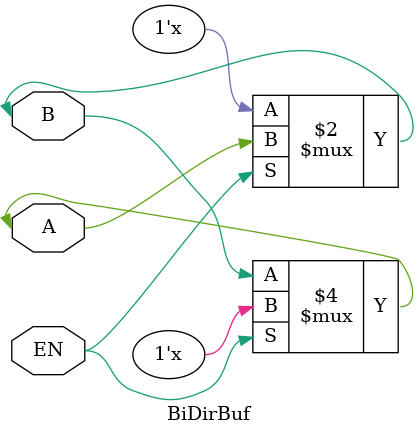
<source format=v>

module BiDirBuf (A,B,EN);
inout A,B;
input EN;

assign B = (EN == 1'b1) ? A : 1'bZ;
assign A = (EN == 1'b0) ? B : 1'bZ;

endmodule

</source>
